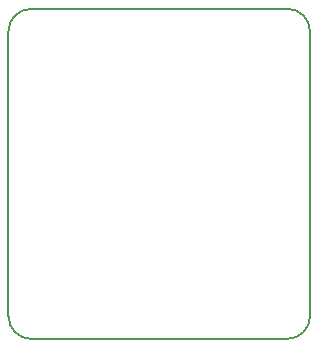
<source format=gbr>
G04 #@! TF.FileFunction,Profile,NP*
%FSLAX46Y46*%
G04 Gerber Fmt 4.6, Leading zero omitted, Abs format (unit mm)*
G04 Created by KiCad (PCBNEW 4.0.6) date 12/07/19 11:03:23*
%MOMM*%
%LPD*%
G01*
G04 APERTURE LIST*
%ADD10C,0.100000*%
%ADD11C,0.150000*%
G04 APERTURE END LIST*
D10*
D11*
X164236400Y-64643000D02*
G75*
G03X162331400Y-62738000I-1905000J0D01*
G01*
X138709400Y-88773000D02*
G75*
G03X140614400Y-90678000I1905000J0D01*
G01*
X140614400Y-62738000D02*
G75*
G03X138709400Y-64643000I0J-1905000D01*
G01*
X162331400Y-90678000D02*
G75*
G03X164236400Y-88773000I0J1905000D01*
G01*
X162331400Y-90678000D02*
X140614400Y-90678000D01*
X138709400Y-88773000D02*
X138709400Y-64643000D01*
X140614400Y-62738000D02*
X162331400Y-62738000D01*
X164236400Y-64643000D02*
X164236400Y-88773000D01*
X164236400Y-64643000D02*
X164236400Y-88773000D01*
X140614400Y-62738000D02*
X162331400Y-62738000D01*
X138709400Y-88773000D02*
X138709400Y-64643000D01*
X162331400Y-90678000D02*
X140614400Y-90678000D01*
X162331400Y-90678000D02*
G75*
G03X164236400Y-88773000I0J1905000D01*
G01*
X140614400Y-62738000D02*
G75*
G03X138709400Y-64643000I0J-1905000D01*
G01*
X138709400Y-88773000D02*
G75*
G03X140614400Y-90678000I1905000J0D01*
G01*
X164236400Y-64643000D02*
G75*
G03X162331400Y-62738000I-1905000J0D01*
G01*
M02*

</source>
